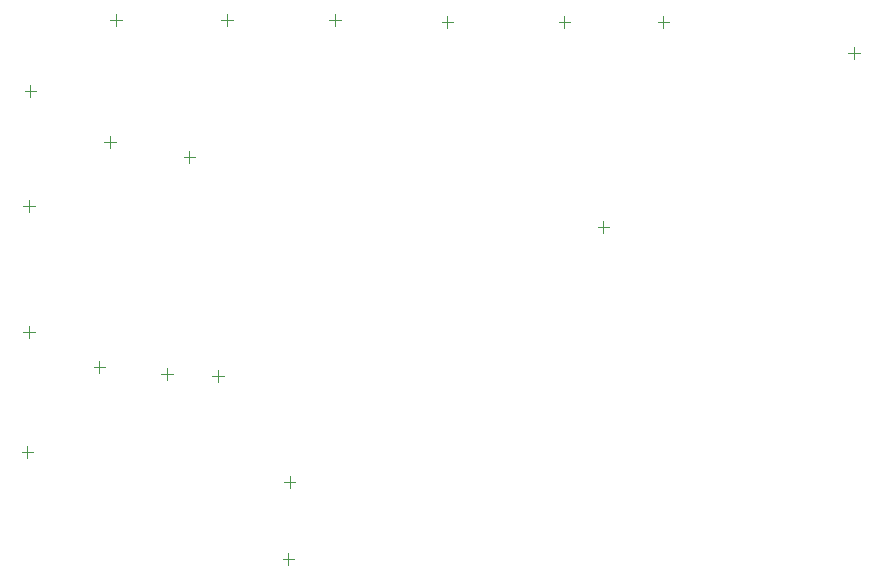
<source format=gbr>
G04*
G04 #@! TF.GenerationSoftware,Altium Limited,Altium Designer,24.10.1 (45)*
G04*
G04 Layer_Color=0*
%FSLAX25Y25*%
%MOIN*%
G70*
G04*
G04 #@! TF.SameCoordinates,82B40839-DE60-4B9F-80D9-4B01C0AB2508*
G04*
G04*
G04 #@! TF.FilePolarity,Positive*
G04*
G01*
G75*
%ADD60C,0.00197*%
%ADD61C,0.00394*%
D60*
X65032Y156500D02*
X68969D01*
X67000Y154532D02*
Y158469D01*
X38532Y161500D02*
X42469D01*
X40500Y159532D02*
Y163469D01*
X203032Y133000D02*
X206969D01*
X205000Y131032D02*
Y134969D01*
D61*
X74532Y83500D02*
X78469D01*
X76500Y81532D02*
Y85469D01*
X57532Y84000D02*
X61469D01*
X59500Y82032D02*
Y85969D01*
X37000Y84532D02*
Y88469D01*
X35032Y86500D02*
X38969D01*
X100343Y46032D02*
Y49969D01*
X98374Y48000D02*
X102311D01*
X12032Y178500D02*
X15969D01*
X14000Y176532D02*
Y180469D01*
X288500Y189032D02*
Y192969D01*
X286532Y191000D02*
X290469D01*
X11532Y140000D02*
X15469D01*
X13500Y138032D02*
Y141969D01*
X11532Y98000D02*
X15469D01*
X13500Y96032D02*
Y99969D01*
X11032Y58000D02*
X14969D01*
X13000Y56032D02*
Y59969D01*
X79500Y200032D02*
Y203969D01*
X77532Y202000D02*
X81469D01*
X42500Y200032D02*
Y203969D01*
X40532Y202000D02*
X44469D01*
X153000Y199532D02*
Y203469D01*
X151032Y201500D02*
X154969D01*
X225000Y199532D02*
Y203469D01*
X223032Y201500D02*
X226969D01*
X192000Y199532D02*
Y203469D01*
X190032Y201500D02*
X193969D01*
X100000Y20532D02*
Y24469D01*
X98032Y22500D02*
X101969D01*
X115500Y200032D02*
Y203969D01*
X113532Y202000D02*
X117469D01*
M02*

</source>
